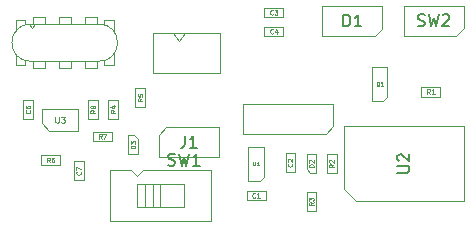
<source format=gbr>
%TF.GenerationSoftware,KiCad,Pcbnew,7.0.11-2.fc38*%
%TF.CreationDate,2024-04-24T16:28:20+02:00*%
%TF.ProjectId,lr_40,6c725f34-302e-46b6-9963-61645f706362,rev?*%
%TF.SameCoordinates,Original*%
%TF.FileFunction,AssemblyDrawing,Top*%
%FSLAX46Y46*%
G04 Gerber Fmt 4.6, Leading zero omitted, Abs format (unit mm)*
G04 Created by KiCad (PCBNEW 7.0.11-2.fc38) date 2024-04-24 16:28:20*
%MOMM*%
%LPD*%
G01*
G04 APERTURE LIST*
%ADD10C,0.060000*%
%ADD11C,0.075000*%
%ADD12C,0.150000*%
%ADD13C,0.050000*%
%ADD14C,0.100000*%
G04 APERTURE END LIST*
D10*
X95681927Y-64182737D02*
X95281927Y-64182737D01*
X95281927Y-64182737D02*
X95281927Y-64087499D01*
X95281927Y-64087499D02*
X95300975Y-64030356D01*
X95300975Y-64030356D02*
X95339070Y-63992261D01*
X95339070Y-63992261D02*
X95377165Y-63973214D01*
X95377165Y-63973214D02*
X95453356Y-63954166D01*
X95453356Y-63954166D02*
X95510499Y-63954166D01*
X95510499Y-63954166D02*
X95586689Y-63973214D01*
X95586689Y-63973214D02*
X95624784Y-63992261D01*
X95624784Y-63992261D02*
X95662880Y-64030356D01*
X95662880Y-64030356D02*
X95681927Y-64087499D01*
X95681927Y-64087499D02*
X95681927Y-64182737D01*
X95320022Y-63801785D02*
X95300975Y-63782737D01*
X95300975Y-63782737D02*
X95281927Y-63744642D01*
X95281927Y-63744642D02*
X95281927Y-63649404D01*
X95281927Y-63649404D02*
X95300975Y-63611309D01*
X95300975Y-63611309D02*
X95320022Y-63592261D01*
X95320022Y-63592261D02*
X95358118Y-63573214D01*
X95358118Y-63573214D02*
X95396213Y-63573214D01*
X95396213Y-63573214D02*
X95453356Y-63592261D01*
X95453356Y-63592261D02*
X95681927Y-63820833D01*
X95681927Y-63820833D02*
X95681927Y-63573214D01*
X92233333Y-51243832D02*
X92214285Y-51262880D01*
X92214285Y-51262880D02*
X92157143Y-51281927D01*
X92157143Y-51281927D02*
X92119047Y-51281927D01*
X92119047Y-51281927D02*
X92061904Y-51262880D01*
X92061904Y-51262880D02*
X92023809Y-51224784D01*
X92023809Y-51224784D02*
X92004762Y-51186689D01*
X92004762Y-51186689D02*
X91985714Y-51110499D01*
X91985714Y-51110499D02*
X91985714Y-51053356D01*
X91985714Y-51053356D02*
X92004762Y-50977165D01*
X92004762Y-50977165D02*
X92023809Y-50939070D01*
X92023809Y-50939070D02*
X92061904Y-50900975D01*
X92061904Y-50900975D02*
X92119047Y-50881927D01*
X92119047Y-50881927D02*
X92157143Y-50881927D01*
X92157143Y-50881927D02*
X92214285Y-50900975D01*
X92214285Y-50900975D02*
X92233333Y-50920022D01*
X92366666Y-50881927D02*
X92614285Y-50881927D01*
X92614285Y-50881927D02*
X92480952Y-51034308D01*
X92480952Y-51034308D02*
X92538095Y-51034308D01*
X92538095Y-51034308D02*
X92576190Y-51053356D01*
X92576190Y-51053356D02*
X92595238Y-51072403D01*
X92595238Y-51072403D02*
X92614285Y-51110499D01*
X92614285Y-51110499D02*
X92614285Y-51205737D01*
X92614285Y-51205737D02*
X92595238Y-51243832D01*
X92595238Y-51243832D02*
X92576190Y-51262880D01*
X92576190Y-51262880D02*
X92538095Y-51281927D01*
X92538095Y-51281927D02*
X92423809Y-51281927D01*
X92423809Y-51281927D02*
X92385714Y-51262880D01*
X92385714Y-51262880D02*
X92366666Y-51243832D01*
D11*
X73819047Y-59927409D02*
X73819047Y-60332171D01*
X73819047Y-60332171D02*
X73842857Y-60379790D01*
X73842857Y-60379790D02*
X73866666Y-60403600D01*
X73866666Y-60403600D02*
X73914285Y-60427409D01*
X73914285Y-60427409D02*
X74009523Y-60427409D01*
X74009523Y-60427409D02*
X74057142Y-60403600D01*
X74057142Y-60403600D02*
X74080952Y-60379790D01*
X74080952Y-60379790D02*
X74104761Y-60332171D01*
X74104761Y-60332171D02*
X74104761Y-59927409D01*
X74295238Y-59927409D02*
X74604762Y-59927409D01*
X74604762Y-59927409D02*
X74438095Y-60117885D01*
X74438095Y-60117885D02*
X74509524Y-60117885D01*
X74509524Y-60117885D02*
X74557143Y-60141695D01*
X74557143Y-60141695D02*
X74580952Y-60165504D01*
X74580952Y-60165504D02*
X74604762Y-60213123D01*
X74604762Y-60213123D02*
X74604762Y-60332171D01*
X74604762Y-60332171D02*
X74580952Y-60379790D01*
X74580952Y-60379790D02*
X74557143Y-60403600D01*
X74557143Y-60403600D02*
X74509524Y-60427409D01*
X74509524Y-60427409D02*
X74366667Y-60427409D01*
X74366667Y-60427409D02*
X74319048Y-60403600D01*
X74319048Y-60403600D02*
X74295238Y-60379790D01*
D10*
X75943832Y-64566666D02*
X75962880Y-64585714D01*
X75962880Y-64585714D02*
X75981927Y-64642856D01*
X75981927Y-64642856D02*
X75981927Y-64680952D01*
X75981927Y-64680952D02*
X75962880Y-64738095D01*
X75962880Y-64738095D02*
X75924784Y-64776190D01*
X75924784Y-64776190D02*
X75886689Y-64795237D01*
X75886689Y-64795237D02*
X75810499Y-64814285D01*
X75810499Y-64814285D02*
X75753356Y-64814285D01*
X75753356Y-64814285D02*
X75677165Y-64795237D01*
X75677165Y-64795237D02*
X75639070Y-64776190D01*
X75639070Y-64776190D02*
X75600975Y-64738095D01*
X75600975Y-64738095D02*
X75581927Y-64680952D01*
X75581927Y-64680952D02*
X75581927Y-64642856D01*
X75581927Y-64642856D02*
X75600975Y-64585714D01*
X75600975Y-64585714D02*
X75620022Y-64566666D01*
X75581927Y-64433333D02*
X75581927Y-64166666D01*
X75581927Y-64166666D02*
X75981927Y-64338095D01*
X93843832Y-63891666D02*
X93862880Y-63910714D01*
X93862880Y-63910714D02*
X93881927Y-63967856D01*
X93881927Y-63967856D02*
X93881927Y-64005952D01*
X93881927Y-64005952D02*
X93862880Y-64063095D01*
X93862880Y-64063095D02*
X93824784Y-64101190D01*
X93824784Y-64101190D02*
X93786689Y-64120237D01*
X93786689Y-64120237D02*
X93710499Y-64139285D01*
X93710499Y-64139285D02*
X93653356Y-64139285D01*
X93653356Y-64139285D02*
X93577165Y-64120237D01*
X93577165Y-64120237D02*
X93539070Y-64101190D01*
X93539070Y-64101190D02*
X93500975Y-64063095D01*
X93500975Y-64063095D02*
X93481927Y-64005952D01*
X93481927Y-64005952D02*
X93481927Y-63967856D01*
X93481927Y-63967856D02*
X93500975Y-63910714D01*
X93500975Y-63910714D02*
X93520022Y-63891666D01*
X93520022Y-63739285D02*
X93500975Y-63720237D01*
X93500975Y-63720237D02*
X93481927Y-63682142D01*
X93481927Y-63682142D02*
X93481927Y-63586904D01*
X93481927Y-63586904D02*
X93500975Y-63548809D01*
X93500975Y-63548809D02*
X93520022Y-63529761D01*
X93520022Y-63529761D02*
X93558118Y-63510714D01*
X93558118Y-63510714D02*
X93596213Y-63510714D01*
X93596213Y-63510714D02*
X93653356Y-63529761D01*
X93653356Y-63529761D02*
X93881927Y-63758333D01*
X93881927Y-63758333D02*
X93881927Y-63510714D01*
X92233333Y-52843832D02*
X92214285Y-52862880D01*
X92214285Y-52862880D02*
X92157143Y-52881927D01*
X92157143Y-52881927D02*
X92119047Y-52881927D01*
X92119047Y-52881927D02*
X92061904Y-52862880D01*
X92061904Y-52862880D02*
X92023809Y-52824784D01*
X92023809Y-52824784D02*
X92004762Y-52786689D01*
X92004762Y-52786689D02*
X91985714Y-52710499D01*
X91985714Y-52710499D02*
X91985714Y-52653356D01*
X91985714Y-52653356D02*
X92004762Y-52577165D01*
X92004762Y-52577165D02*
X92023809Y-52539070D01*
X92023809Y-52539070D02*
X92061904Y-52500975D01*
X92061904Y-52500975D02*
X92119047Y-52481927D01*
X92119047Y-52481927D02*
X92157143Y-52481927D01*
X92157143Y-52481927D02*
X92214285Y-52500975D01*
X92214285Y-52500975D02*
X92233333Y-52520022D01*
X92576190Y-52615260D02*
X92576190Y-52881927D01*
X92480952Y-52462880D02*
X92385714Y-52748594D01*
X92385714Y-52748594D02*
X92633333Y-52748594D01*
D12*
X83356667Y-64017200D02*
X83499524Y-64064819D01*
X83499524Y-64064819D02*
X83737619Y-64064819D01*
X83737619Y-64064819D02*
X83832857Y-64017200D01*
X83832857Y-64017200D02*
X83880476Y-63969580D01*
X83880476Y-63969580D02*
X83928095Y-63874342D01*
X83928095Y-63874342D02*
X83928095Y-63779104D01*
X83928095Y-63779104D02*
X83880476Y-63683866D01*
X83880476Y-63683866D02*
X83832857Y-63636247D01*
X83832857Y-63636247D02*
X83737619Y-63588628D01*
X83737619Y-63588628D02*
X83547143Y-63541009D01*
X83547143Y-63541009D02*
X83451905Y-63493390D01*
X83451905Y-63493390D02*
X83404286Y-63445771D01*
X83404286Y-63445771D02*
X83356667Y-63350533D01*
X83356667Y-63350533D02*
X83356667Y-63255295D01*
X83356667Y-63255295D02*
X83404286Y-63160057D01*
X83404286Y-63160057D02*
X83451905Y-63112438D01*
X83451905Y-63112438D02*
X83547143Y-63064819D01*
X83547143Y-63064819D02*
X83785238Y-63064819D01*
X83785238Y-63064819D02*
X83928095Y-63112438D01*
X84261429Y-63064819D02*
X84499524Y-64064819D01*
X84499524Y-64064819D02*
X84690000Y-63350533D01*
X84690000Y-63350533D02*
X84880476Y-64064819D01*
X84880476Y-64064819D02*
X85118572Y-63064819D01*
X86023333Y-64064819D02*
X85451905Y-64064819D01*
X85737619Y-64064819D02*
X85737619Y-63064819D01*
X85737619Y-63064819D02*
X85642381Y-63207676D01*
X85642381Y-63207676D02*
X85547143Y-63302914D01*
X85547143Y-63302914D02*
X85451905Y-63350533D01*
D10*
X80581927Y-62595237D02*
X80181927Y-62595237D01*
X80181927Y-62595237D02*
X80181927Y-62499999D01*
X80181927Y-62499999D02*
X80200975Y-62442856D01*
X80200975Y-62442856D02*
X80239070Y-62404761D01*
X80239070Y-62404761D02*
X80277165Y-62385714D01*
X80277165Y-62385714D02*
X80353356Y-62366666D01*
X80353356Y-62366666D02*
X80410499Y-62366666D01*
X80410499Y-62366666D02*
X80486689Y-62385714D01*
X80486689Y-62385714D02*
X80524784Y-62404761D01*
X80524784Y-62404761D02*
X80562880Y-62442856D01*
X80562880Y-62442856D02*
X80581927Y-62499999D01*
X80581927Y-62499999D02*
X80581927Y-62595237D01*
X80181927Y-62233333D02*
X80181927Y-61985714D01*
X80181927Y-61985714D02*
X80334308Y-62119047D01*
X80334308Y-62119047D02*
X80334308Y-62061904D01*
X80334308Y-62061904D02*
X80353356Y-62023809D01*
X80353356Y-62023809D02*
X80372403Y-62004761D01*
X80372403Y-62004761D02*
X80410499Y-61985714D01*
X80410499Y-61985714D02*
X80505737Y-61985714D01*
X80505737Y-61985714D02*
X80543832Y-62004761D01*
X80543832Y-62004761D02*
X80562880Y-62023809D01*
X80562880Y-62023809D02*
X80581927Y-62061904D01*
X80581927Y-62061904D02*
X80581927Y-62176190D01*
X80581927Y-62176190D02*
X80562880Y-62214285D01*
X80562880Y-62214285D02*
X80543832Y-62233333D01*
X73333333Y-63781927D02*
X73200000Y-63591451D01*
X73104762Y-63781927D02*
X73104762Y-63381927D01*
X73104762Y-63381927D02*
X73257143Y-63381927D01*
X73257143Y-63381927D02*
X73295238Y-63400975D01*
X73295238Y-63400975D02*
X73314285Y-63420022D01*
X73314285Y-63420022D02*
X73333333Y-63458118D01*
X73333333Y-63458118D02*
X73333333Y-63515260D01*
X73333333Y-63515260D02*
X73314285Y-63553356D01*
X73314285Y-63553356D02*
X73295238Y-63572403D01*
X73295238Y-63572403D02*
X73257143Y-63591451D01*
X73257143Y-63591451D02*
X73104762Y-63591451D01*
X73676190Y-63381927D02*
X73600000Y-63381927D01*
X73600000Y-63381927D02*
X73561904Y-63400975D01*
X73561904Y-63400975D02*
X73542857Y-63420022D01*
X73542857Y-63420022D02*
X73504762Y-63477165D01*
X73504762Y-63477165D02*
X73485714Y-63553356D01*
X73485714Y-63553356D02*
X73485714Y-63705737D01*
X73485714Y-63705737D02*
X73504762Y-63743832D01*
X73504762Y-63743832D02*
X73523809Y-63762880D01*
X73523809Y-63762880D02*
X73561904Y-63781927D01*
X73561904Y-63781927D02*
X73638095Y-63781927D01*
X73638095Y-63781927D02*
X73676190Y-63762880D01*
X73676190Y-63762880D02*
X73695238Y-63743832D01*
X73695238Y-63743832D02*
X73714285Y-63705737D01*
X73714285Y-63705737D02*
X73714285Y-63610499D01*
X73714285Y-63610499D02*
X73695238Y-63572403D01*
X73695238Y-63572403D02*
X73676190Y-63553356D01*
X73676190Y-63553356D02*
X73638095Y-63534308D01*
X73638095Y-63534308D02*
X73561904Y-63534308D01*
X73561904Y-63534308D02*
X73523809Y-63553356D01*
X73523809Y-63553356D02*
X73504762Y-63572403D01*
X73504762Y-63572403D02*
X73485714Y-63610499D01*
D12*
X104496667Y-52207200D02*
X104639524Y-52254819D01*
X104639524Y-52254819D02*
X104877619Y-52254819D01*
X104877619Y-52254819D02*
X104972857Y-52207200D01*
X104972857Y-52207200D02*
X105020476Y-52159580D01*
X105020476Y-52159580D02*
X105068095Y-52064342D01*
X105068095Y-52064342D02*
X105068095Y-51969104D01*
X105068095Y-51969104D02*
X105020476Y-51873866D01*
X105020476Y-51873866D02*
X104972857Y-51826247D01*
X104972857Y-51826247D02*
X104877619Y-51778628D01*
X104877619Y-51778628D02*
X104687143Y-51731009D01*
X104687143Y-51731009D02*
X104591905Y-51683390D01*
X104591905Y-51683390D02*
X104544286Y-51635771D01*
X104544286Y-51635771D02*
X104496667Y-51540533D01*
X104496667Y-51540533D02*
X104496667Y-51445295D01*
X104496667Y-51445295D02*
X104544286Y-51350057D01*
X104544286Y-51350057D02*
X104591905Y-51302438D01*
X104591905Y-51302438D02*
X104687143Y-51254819D01*
X104687143Y-51254819D02*
X104925238Y-51254819D01*
X104925238Y-51254819D02*
X105068095Y-51302438D01*
X105401429Y-51254819D02*
X105639524Y-52254819D01*
X105639524Y-52254819D02*
X105830000Y-51540533D01*
X105830000Y-51540533D02*
X106020476Y-52254819D01*
X106020476Y-52254819D02*
X106258572Y-51254819D01*
X106591905Y-51350057D02*
X106639524Y-51302438D01*
X106639524Y-51302438D02*
X106734762Y-51254819D01*
X106734762Y-51254819D02*
X106972857Y-51254819D01*
X106972857Y-51254819D02*
X107068095Y-51302438D01*
X107068095Y-51302438D02*
X107115714Y-51350057D01*
X107115714Y-51350057D02*
X107163333Y-51445295D01*
X107163333Y-51445295D02*
X107163333Y-51540533D01*
X107163333Y-51540533D02*
X107115714Y-51683390D01*
X107115714Y-51683390D02*
X106544286Y-52254819D01*
X106544286Y-52254819D02*
X107163333Y-52254819D01*
D13*
X90556190Y-63725438D02*
X90556190Y-63984485D01*
X90556190Y-63984485D02*
X90571428Y-64014961D01*
X90571428Y-64014961D02*
X90586666Y-64030200D01*
X90586666Y-64030200D02*
X90617142Y-64045438D01*
X90617142Y-64045438D02*
X90678095Y-64045438D01*
X90678095Y-64045438D02*
X90708571Y-64030200D01*
X90708571Y-64030200D02*
X90723809Y-64014961D01*
X90723809Y-64014961D02*
X90739047Y-63984485D01*
X90739047Y-63984485D02*
X90739047Y-63725438D01*
X91059047Y-64045438D02*
X90876190Y-64045438D01*
X90967618Y-64045438D02*
X90967618Y-63725438D01*
X90967618Y-63725438D02*
X90937142Y-63771152D01*
X90937142Y-63771152D02*
X90906666Y-63801628D01*
X90906666Y-63801628D02*
X90876190Y-63816866D01*
D10*
X77181927Y-59366666D02*
X76991451Y-59499999D01*
X77181927Y-59595237D02*
X76781927Y-59595237D01*
X76781927Y-59595237D02*
X76781927Y-59442856D01*
X76781927Y-59442856D02*
X76800975Y-59404761D01*
X76800975Y-59404761D02*
X76820022Y-59385714D01*
X76820022Y-59385714D02*
X76858118Y-59366666D01*
X76858118Y-59366666D02*
X76915260Y-59366666D01*
X76915260Y-59366666D02*
X76953356Y-59385714D01*
X76953356Y-59385714D02*
X76972403Y-59404761D01*
X76972403Y-59404761D02*
X76991451Y-59442856D01*
X76991451Y-59442856D02*
X76991451Y-59595237D01*
X76953356Y-59138095D02*
X76934308Y-59176190D01*
X76934308Y-59176190D02*
X76915260Y-59195237D01*
X76915260Y-59195237D02*
X76877165Y-59214285D01*
X76877165Y-59214285D02*
X76858118Y-59214285D01*
X76858118Y-59214285D02*
X76820022Y-59195237D01*
X76820022Y-59195237D02*
X76800975Y-59176190D01*
X76800975Y-59176190D02*
X76781927Y-59138095D01*
X76781927Y-59138095D02*
X76781927Y-59061904D01*
X76781927Y-59061904D02*
X76800975Y-59023809D01*
X76800975Y-59023809D02*
X76820022Y-59004761D01*
X76820022Y-59004761D02*
X76858118Y-58985714D01*
X76858118Y-58985714D02*
X76877165Y-58985714D01*
X76877165Y-58985714D02*
X76915260Y-59004761D01*
X76915260Y-59004761D02*
X76934308Y-59023809D01*
X76934308Y-59023809D02*
X76953356Y-59061904D01*
X76953356Y-59061904D02*
X76953356Y-59138095D01*
X76953356Y-59138095D02*
X76972403Y-59176190D01*
X76972403Y-59176190D02*
X76991451Y-59195237D01*
X76991451Y-59195237D02*
X77029546Y-59214285D01*
X77029546Y-59214285D02*
X77105737Y-59214285D01*
X77105737Y-59214285D02*
X77143832Y-59195237D01*
X77143832Y-59195237D02*
X77162880Y-59176190D01*
X77162880Y-59176190D02*
X77181927Y-59138095D01*
X77181927Y-59138095D02*
X77181927Y-59061904D01*
X77181927Y-59061904D02*
X77162880Y-59023809D01*
X77162880Y-59023809D02*
X77143832Y-59004761D01*
X77143832Y-59004761D02*
X77105737Y-58985714D01*
X77105737Y-58985714D02*
X77029546Y-58985714D01*
X77029546Y-58985714D02*
X76991451Y-59004761D01*
X76991451Y-59004761D02*
X76972403Y-59023809D01*
X76972403Y-59023809D02*
X76953356Y-59061904D01*
X78881927Y-59366666D02*
X78691451Y-59499999D01*
X78881927Y-59595237D02*
X78481927Y-59595237D01*
X78481927Y-59595237D02*
X78481927Y-59442856D01*
X78481927Y-59442856D02*
X78500975Y-59404761D01*
X78500975Y-59404761D02*
X78520022Y-59385714D01*
X78520022Y-59385714D02*
X78558118Y-59366666D01*
X78558118Y-59366666D02*
X78615260Y-59366666D01*
X78615260Y-59366666D02*
X78653356Y-59385714D01*
X78653356Y-59385714D02*
X78672403Y-59404761D01*
X78672403Y-59404761D02*
X78691451Y-59442856D01*
X78691451Y-59442856D02*
X78691451Y-59595237D01*
X78615260Y-59023809D02*
X78881927Y-59023809D01*
X78462880Y-59119047D02*
X78748594Y-59214285D01*
X78748594Y-59214285D02*
X78748594Y-58966666D01*
D13*
X101232023Y-57325914D02*
X101201547Y-57310676D01*
X101201547Y-57310676D02*
X101171071Y-57280200D01*
X101171071Y-57280200D02*
X101125357Y-57234485D01*
X101125357Y-57234485D02*
X101094880Y-57219247D01*
X101094880Y-57219247D02*
X101064404Y-57219247D01*
X101079642Y-57295438D02*
X101049166Y-57280200D01*
X101049166Y-57280200D02*
X101018690Y-57249723D01*
X101018690Y-57249723D02*
X101003452Y-57188771D01*
X101003452Y-57188771D02*
X101003452Y-57082104D01*
X101003452Y-57082104D02*
X101018690Y-57021152D01*
X101018690Y-57021152D02*
X101049166Y-56990676D01*
X101049166Y-56990676D02*
X101079642Y-56975438D01*
X101079642Y-56975438D02*
X101140595Y-56975438D01*
X101140595Y-56975438D02*
X101171071Y-56990676D01*
X101171071Y-56990676D02*
X101201547Y-57021152D01*
X101201547Y-57021152D02*
X101216785Y-57082104D01*
X101216785Y-57082104D02*
X101216785Y-57188771D01*
X101216785Y-57188771D02*
X101201547Y-57249723D01*
X101201547Y-57249723D02*
X101171071Y-57280200D01*
X101171071Y-57280200D02*
X101140595Y-57295438D01*
X101140595Y-57295438D02*
X101079642Y-57295438D01*
X101521547Y-57295438D02*
X101338690Y-57295438D01*
X101430118Y-57295438D02*
X101430118Y-56975438D01*
X101430118Y-56975438D02*
X101399642Y-57021152D01*
X101399642Y-57021152D02*
X101369166Y-57051628D01*
X101369166Y-57051628D02*
X101338690Y-57066866D01*
D10*
X105533333Y-57981927D02*
X105400000Y-57791451D01*
X105304762Y-57981927D02*
X105304762Y-57581927D01*
X105304762Y-57581927D02*
X105457143Y-57581927D01*
X105457143Y-57581927D02*
X105495238Y-57600975D01*
X105495238Y-57600975D02*
X105514285Y-57620022D01*
X105514285Y-57620022D02*
X105533333Y-57658118D01*
X105533333Y-57658118D02*
X105533333Y-57715260D01*
X105533333Y-57715260D02*
X105514285Y-57753356D01*
X105514285Y-57753356D02*
X105495238Y-57772403D01*
X105495238Y-57772403D02*
X105457143Y-57791451D01*
X105457143Y-57791451D02*
X105304762Y-57791451D01*
X105914285Y-57981927D02*
X105685714Y-57981927D01*
X105800000Y-57981927D02*
X105800000Y-57581927D01*
X105800000Y-57581927D02*
X105761904Y-57639070D01*
X105761904Y-57639070D02*
X105723809Y-57677165D01*
X105723809Y-57677165D02*
X105685714Y-57696213D01*
X81181927Y-58366666D02*
X80991451Y-58499999D01*
X81181927Y-58595237D02*
X80781927Y-58595237D01*
X80781927Y-58595237D02*
X80781927Y-58442856D01*
X80781927Y-58442856D02*
X80800975Y-58404761D01*
X80800975Y-58404761D02*
X80820022Y-58385714D01*
X80820022Y-58385714D02*
X80858118Y-58366666D01*
X80858118Y-58366666D02*
X80915260Y-58366666D01*
X80915260Y-58366666D02*
X80953356Y-58385714D01*
X80953356Y-58385714D02*
X80972403Y-58404761D01*
X80972403Y-58404761D02*
X80991451Y-58442856D01*
X80991451Y-58442856D02*
X80991451Y-58595237D01*
X80781927Y-58004761D02*
X80781927Y-58195237D01*
X80781927Y-58195237D02*
X80972403Y-58214285D01*
X80972403Y-58214285D02*
X80953356Y-58195237D01*
X80953356Y-58195237D02*
X80934308Y-58157142D01*
X80934308Y-58157142D02*
X80934308Y-58061904D01*
X80934308Y-58061904D02*
X80953356Y-58023809D01*
X80953356Y-58023809D02*
X80972403Y-58004761D01*
X80972403Y-58004761D02*
X81010499Y-57985714D01*
X81010499Y-57985714D02*
X81105737Y-57985714D01*
X81105737Y-57985714D02*
X81143832Y-58004761D01*
X81143832Y-58004761D02*
X81162880Y-58023809D01*
X81162880Y-58023809D02*
X81181927Y-58061904D01*
X81181927Y-58061904D02*
X81181927Y-58157142D01*
X81181927Y-58157142D02*
X81162880Y-58195237D01*
X81162880Y-58195237D02*
X81143832Y-58214285D01*
X97381927Y-63966666D02*
X97191451Y-64099999D01*
X97381927Y-64195237D02*
X96981927Y-64195237D01*
X96981927Y-64195237D02*
X96981927Y-64042856D01*
X96981927Y-64042856D02*
X97000975Y-64004761D01*
X97000975Y-64004761D02*
X97020022Y-63985714D01*
X97020022Y-63985714D02*
X97058118Y-63966666D01*
X97058118Y-63966666D02*
X97115260Y-63966666D01*
X97115260Y-63966666D02*
X97153356Y-63985714D01*
X97153356Y-63985714D02*
X97172403Y-64004761D01*
X97172403Y-64004761D02*
X97191451Y-64042856D01*
X97191451Y-64042856D02*
X97191451Y-64195237D01*
X97020022Y-63814285D02*
X97000975Y-63795237D01*
X97000975Y-63795237D02*
X96981927Y-63757142D01*
X96981927Y-63757142D02*
X96981927Y-63661904D01*
X96981927Y-63661904D02*
X97000975Y-63623809D01*
X97000975Y-63623809D02*
X97020022Y-63604761D01*
X97020022Y-63604761D02*
X97058118Y-63585714D01*
X97058118Y-63585714D02*
X97096213Y-63585714D01*
X97096213Y-63585714D02*
X97153356Y-63604761D01*
X97153356Y-63604761D02*
X97381927Y-63833333D01*
X97381927Y-63833333D02*
X97381927Y-63585714D01*
X77733333Y-61781927D02*
X77600000Y-61591451D01*
X77504762Y-61781927D02*
X77504762Y-61381927D01*
X77504762Y-61381927D02*
X77657143Y-61381927D01*
X77657143Y-61381927D02*
X77695238Y-61400975D01*
X77695238Y-61400975D02*
X77714285Y-61420022D01*
X77714285Y-61420022D02*
X77733333Y-61458118D01*
X77733333Y-61458118D02*
X77733333Y-61515260D01*
X77733333Y-61515260D02*
X77714285Y-61553356D01*
X77714285Y-61553356D02*
X77695238Y-61572403D01*
X77695238Y-61572403D02*
X77657143Y-61591451D01*
X77657143Y-61591451D02*
X77504762Y-61591451D01*
X77866666Y-61381927D02*
X78133333Y-61381927D01*
X78133333Y-61381927D02*
X77961904Y-61781927D01*
X90733333Y-66743832D02*
X90714285Y-66762880D01*
X90714285Y-66762880D02*
X90657143Y-66781927D01*
X90657143Y-66781927D02*
X90619047Y-66781927D01*
X90619047Y-66781927D02*
X90561904Y-66762880D01*
X90561904Y-66762880D02*
X90523809Y-66724784D01*
X90523809Y-66724784D02*
X90504762Y-66686689D01*
X90504762Y-66686689D02*
X90485714Y-66610499D01*
X90485714Y-66610499D02*
X90485714Y-66553356D01*
X90485714Y-66553356D02*
X90504762Y-66477165D01*
X90504762Y-66477165D02*
X90523809Y-66439070D01*
X90523809Y-66439070D02*
X90561904Y-66400975D01*
X90561904Y-66400975D02*
X90619047Y-66381927D01*
X90619047Y-66381927D02*
X90657143Y-66381927D01*
X90657143Y-66381927D02*
X90714285Y-66400975D01*
X90714285Y-66400975D02*
X90733333Y-66420022D01*
X91114285Y-66781927D02*
X90885714Y-66781927D01*
X91000000Y-66781927D02*
X91000000Y-66381927D01*
X91000000Y-66381927D02*
X90961904Y-66439070D01*
X90961904Y-66439070D02*
X90923809Y-66477165D01*
X90923809Y-66477165D02*
X90885714Y-66496213D01*
D12*
X98191905Y-52279819D02*
X98191905Y-51279819D01*
X98191905Y-51279819D02*
X98430000Y-51279819D01*
X98430000Y-51279819D02*
X98572857Y-51327438D01*
X98572857Y-51327438D02*
X98668095Y-51422676D01*
X98668095Y-51422676D02*
X98715714Y-51517914D01*
X98715714Y-51517914D02*
X98763333Y-51708390D01*
X98763333Y-51708390D02*
X98763333Y-51851247D01*
X98763333Y-51851247D02*
X98715714Y-52041723D01*
X98715714Y-52041723D02*
X98668095Y-52136961D01*
X98668095Y-52136961D02*
X98572857Y-52232200D01*
X98572857Y-52232200D02*
X98430000Y-52279819D01*
X98430000Y-52279819D02*
X98191905Y-52279819D01*
X99715714Y-52279819D02*
X99144286Y-52279819D01*
X99430000Y-52279819D02*
X99430000Y-51279819D01*
X99430000Y-51279819D02*
X99334762Y-51422676D01*
X99334762Y-51422676D02*
X99239524Y-51517914D01*
X99239524Y-51517914D02*
X99144286Y-51565533D01*
X102764819Y-64651904D02*
X103574342Y-64651904D01*
X103574342Y-64651904D02*
X103669580Y-64604285D01*
X103669580Y-64604285D02*
X103717200Y-64556666D01*
X103717200Y-64556666D02*
X103764819Y-64461428D01*
X103764819Y-64461428D02*
X103764819Y-64270952D01*
X103764819Y-64270952D02*
X103717200Y-64175714D01*
X103717200Y-64175714D02*
X103669580Y-64128095D01*
X103669580Y-64128095D02*
X103574342Y-64080476D01*
X103574342Y-64080476D02*
X102764819Y-64080476D01*
X102860057Y-63651904D02*
X102812438Y-63604285D01*
X102812438Y-63604285D02*
X102764819Y-63509047D01*
X102764819Y-63509047D02*
X102764819Y-63270952D01*
X102764819Y-63270952D02*
X102812438Y-63175714D01*
X102812438Y-63175714D02*
X102860057Y-63128095D01*
X102860057Y-63128095D02*
X102955295Y-63080476D01*
X102955295Y-63080476D02*
X103050533Y-63080476D01*
X103050533Y-63080476D02*
X103193390Y-63128095D01*
X103193390Y-63128095D02*
X103764819Y-63699523D01*
X103764819Y-63699523D02*
X103764819Y-63080476D01*
X84786666Y-61529819D02*
X84786666Y-62244104D01*
X84786666Y-62244104D02*
X84739047Y-62386961D01*
X84739047Y-62386961D02*
X84643809Y-62482200D01*
X84643809Y-62482200D02*
X84500952Y-62529819D01*
X84500952Y-62529819D02*
X84405714Y-62529819D01*
X85786666Y-62529819D02*
X85215238Y-62529819D01*
X85500952Y-62529819D02*
X85500952Y-61529819D01*
X85500952Y-61529819D02*
X85405714Y-61672676D01*
X85405714Y-61672676D02*
X85310476Y-61767914D01*
X85310476Y-61767914D02*
X85215238Y-61815533D01*
D10*
X71643832Y-59366666D02*
X71662880Y-59385714D01*
X71662880Y-59385714D02*
X71681927Y-59442856D01*
X71681927Y-59442856D02*
X71681927Y-59480952D01*
X71681927Y-59480952D02*
X71662880Y-59538095D01*
X71662880Y-59538095D02*
X71624784Y-59576190D01*
X71624784Y-59576190D02*
X71586689Y-59595237D01*
X71586689Y-59595237D02*
X71510499Y-59614285D01*
X71510499Y-59614285D02*
X71453356Y-59614285D01*
X71453356Y-59614285D02*
X71377165Y-59595237D01*
X71377165Y-59595237D02*
X71339070Y-59576190D01*
X71339070Y-59576190D02*
X71300975Y-59538095D01*
X71300975Y-59538095D02*
X71281927Y-59480952D01*
X71281927Y-59480952D02*
X71281927Y-59442856D01*
X71281927Y-59442856D02*
X71300975Y-59385714D01*
X71300975Y-59385714D02*
X71320022Y-59366666D01*
X71281927Y-59023809D02*
X71281927Y-59099999D01*
X71281927Y-59099999D02*
X71300975Y-59138095D01*
X71300975Y-59138095D02*
X71320022Y-59157142D01*
X71320022Y-59157142D02*
X71377165Y-59195237D01*
X71377165Y-59195237D02*
X71453356Y-59214285D01*
X71453356Y-59214285D02*
X71605737Y-59214285D01*
X71605737Y-59214285D02*
X71643832Y-59195237D01*
X71643832Y-59195237D02*
X71662880Y-59176190D01*
X71662880Y-59176190D02*
X71681927Y-59138095D01*
X71681927Y-59138095D02*
X71681927Y-59061904D01*
X71681927Y-59061904D02*
X71662880Y-59023809D01*
X71662880Y-59023809D02*
X71643832Y-59004761D01*
X71643832Y-59004761D02*
X71605737Y-58985714D01*
X71605737Y-58985714D02*
X71510499Y-58985714D01*
X71510499Y-58985714D02*
X71472403Y-59004761D01*
X71472403Y-59004761D02*
X71453356Y-59023809D01*
X71453356Y-59023809D02*
X71434308Y-59061904D01*
X71434308Y-59061904D02*
X71434308Y-59138095D01*
X71434308Y-59138095D02*
X71453356Y-59176190D01*
X71453356Y-59176190D02*
X71472403Y-59195237D01*
X71472403Y-59195237D02*
X71510499Y-59214285D01*
X95681927Y-67166666D02*
X95491451Y-67299999D01*
X95681927Y-67395237D02*
X95281927Y-67395237D01*
X95281927Y-67395237D02*
X95281927Y-67242856D01*
X95281927Y-67242856D02*
X95300975Y-67204761D01*
X95300975Y-67204761D02*
X95320022Y-67185714D01*
X95320022Y-67185714D02*
X95358118Y-67166666D01*
X95358118Y-67166666D02*
X95415260Y-67166666D01*
X95415260Y-67166666D02*
X95453356Y-67185714D01*
X95453356Y-67185714D02*
X95472403Y-67204761D01*
X95472403Y-67204761D02*
X95491451Y-67242856D01*
X95491451Y-67242856D02*
X95491451Y-67395237D01*
X95281927Y-67033333D02*
X95281927Y-66785714D01*
X95281927Y-66785714D02*
X95434308Y-66919047D01*
X95434308Y-66919047D02*
X95434308Y-66861904D01*
X95434308Y-66861904D02*
X95453356Y-66823809D01*
X95453356Y-66823809D02*
X95472403Y-66804761D01*
X95472403Y-66804761D02*
X95510499Y-66785714D01*
X95510499Y-66785714D02*
X95605737Y-66785714D01*
X95605737Y-66785714D02*
X95643832Y-66804761D01*
X95643832Y-66804761D02*
X95662880Y-66823809D01*
X95662880Y-66823809D02*
X95681927Y-66861904D01*
X95681927Y-66861904D02*
X95681927Y-66976190D01*
X95681927Y-66976190D02*
X95662880Y-67014285D01*
X95662880Y-67014285D02*
X95643832Y-67033333D01*
D14*
%TO.C,BT2*%
X82100000Y-52800000D02*
X82100000Y-56200000D01*
X82100000Y-56200000D02*
X87750000Y-56200000D01*
X83800000Y-52800000D02*
X84300000Y-53507107D01*
X84300000Y-53507107D02*
X84800000Y-52800000D01*
X87750000Y-52800000D02*
X82100000Y-52800000D01*
X87750000Y-56200000D02*
X87750000Y-52800000D01*
%TO.C,D2*%
X95400000Y-64687500D02*
X95900000Y-64687500D01*
X95900000Y-64687500D02*
X95900000Y-63087500D01*
X95100000Y-64387500D02*
X95400000Y-64687500D01*
X95100000Y-63087500D02*
X95100000Y-64387500D01*
X95900000Y-63087500D02*
X95100000Y-63087500D01*
%TO.C,SW3*%
X97350000Y-58830000D02*
X97350000Y-60735000D01*
X89730000Y-58830000D02*
X97350000Y-58830000D01*
X97350000Y-60735000D02*
X96715000Y-61370000D01*
X96715000Y-61370000D02*
X89730000Y-61370000D01*
X89730000Y-61370000D02*
X89730000Y-58830000D01*
%TO.C,C3*%
X93100000Y-51512500D02*
X91500000Y-51512500D01*
X93100000Y-50687500D02*
X93100000Y-51512500D01*
X91500000Y-51512500D02*
X91500000Y-50687500D01*
X91500000Y-50687500D02*
X93100000Y-50687500D01*
%TO.C,U3*%
X73300000Y-61100000D02*
X75750000Y-61100000D01*
X73300000Y-61100000D02*
X72650000Y-60450000D01*
X72650000Y-59300000D02*
X72650000Y-60450000D01*
X72650000Y-59300000D02*
X75750000Y-59300000D01*
X75750000Y-59300000D02*
X75750000Y-61100000D01*
%TO.C,C7*%
X76200000Y-63700000D02*
X76200000Y-65300000D01*
X75400000Y-63700000D02*
X76200000Y-63700000D01*
X76200000Y-65300000D02*
X75400000Y-65300000D01*
X75400000Y-65300000D02*
X75400000Y-63700000D01*
%TO.C,C2*%
X94100000Y-63025000D02*
X94100000Y-64625000D01*
X93300000Y-63025000D02*
X94100000Y-63025000D01*
X94100000Y-64625000D02*
X93300000Y-64625000D01*
X93300000Y-64625000D02*
X93300000Y-63025000D01*
%TO.C,C4*%
X93100000Y-53112500D02*
X91500000Y-53112500D01*
X93100000Y-52287500D02*
X93100000Y-53112500D01*
X91500000Y-53112500D02*
X91500000Y-52287500D01*
X91500000Y-52287500D02*
X93100000Y-52287500D01*
%TO.C,SW1*%
X78400000Y-64450000D02*
X80200000Y-64450000D01*
X78400000Y-68750000D02*
X78400000Y-64450000D01*
X80200000Y-64450000D02*
X80700000Y-64950000D01*
X80700000Y-64950000D02*
X81200000Y-64450000D01*
X80700000Y-65600000D02*
X80700000Y-67600000D01*
X80700000Y-65600000D02*
X84700000Y-65600000D01*
X80700000Y-67600000D02*
X84700000Y-67600000D01*
X81200000Y-64450000D02*
X87000000Y-64450000D01*
X81360000Y-65600000D02*
X81360000Y-67600000D01*
X82040000Y-65600000D02*
X82040000Y-67600000D01*
X82700000Y-65600000D02*
X82700000Y-67600000D01*
X84700000Y-65600000D02*
X84700000Y-67600000D01*
X87000000Y-64450000D02*
X87000000Y-68750000D01*
X87000000Y-68750000D02*
X78400000Y-68750000D01*
%TO.C,D3*%
X80500000Y-61500000D02*
X80000000Y-61500000D01*
X80000000Y-61500000D02*
X80000000Y-63100000D01*
X80800000Y-61800000D02*
X80500000Y-61500000D01*
X80800000Y-63100000D02*
X80800000Y-61800000D01*
X80000000Y-63100000D02*
X80800000Y-63100000D01*
%TO.C,R6*%
X72600000Y-63187500D02*
X74200000Y-63187500D01*
X72600000Y-64012500D02*
X72600000Y-63187500D01*
X74200000Y-63187500D02*
X74200000Y-64012500D01*
X74200000Y-64012500D02*
X72600000Y-64012500D01*
%TO.C,SW2*%
X108370000Y-50530000D02*
X108370000Y-52435000D01*
X103290000Y-50530000D02*
X108370000Y-50530000D01*
X108370000Y-52435000D02*
X107735000Y-53070000D01*
X107735000Y-53070000D02*
X103290000Y-53070000D01*
X103290000Y-53070000D02*
X103290000Y-50530000D01*
%TO.C,U1*%
X91450000Y-65025000D02*
X91125000Y-65350000D01*
X91450000Y-62450000D02*
X91450000Y-65025000D01*
X91125000Y-65350000D02*
X90150000Y-65350000D01*
X90150000Y-65350000D02*
X90150000Y-62450000D01*
X90150000Y-62450000D02*
X91450000Y-62450000D01*
%TO.C,R8*%
X76587500Y-60100000D02*
X76587500Y-58500000D01*
X77412500Y-60100000D02*
X76587500Y-60100000D01*
X76587500Y-58500000D02*
X77412500Y-58500000D01*
X77412500Y-58500000D02*
X77412500Y-60100000D01*
%TO.C,R4*%
X79112500Y-58500000D02*
X79112500Y-60100000D01*
X78287500Y-58500000D02*
X79112500Y-58500000D01*
X79112500Y-60100000D02*
X78287500Y-60100000D01*
X78287500Y-60100000D02*
X78287500Y-58500000D01*
%TO.C,Q1*%
X101912500Y-58275000D02*
X101587500Y-58600000D01*
X101912500Y-55700000D02*
X101912500Y-58275000D01*
X101587500Y-58600000D02*
X100612500Y-58600000D01*
X100612500Y-58600000D02*
X100612500Y-55700000D01*
X100612500Y-55700000D02*
X101912500Y-55700000D01*
%TO.C,R1*%
X106400000Y-58212500D02*
X104800000Y-58212500D01*
X106400000Y-57387500D02*
X106400000Y-58212500D01*
X104800000Y-58212500D02*
X104800000Y-57387500D01*
X104800000Y-57387500D02*
X106400000Y-57387500D01*
%TO.C,R5*%
X81412500Y-57500000D02*
X81412500Y-59100000D01*
X80587500Y-57500000D02*
X81412500Y-57500000D01*
X81412500Y-59100000D02*
X80587500Y-59100000D01*
X80587500Y-59100000D02*
X80587500Y-57500000D01*
%TO.C,R2*%
X97612500Y-63100000D02*
X97612500Y-64700000D01*
X96787500Y-63100000D02*
X97612500Y-63100000D01*
X97612500Y-64700000D02*
X96787500Y-64700000D01*
X96787500Y-64700000D02*
X96787500Y-63100000D01*
%TO.C,R7*%
X77000000Y-61187500D02*
X78600000Y-61187500D01*
X77000000Y-62012500D02*
X77000000Y-61187500D01*
X78600000Y-61187500D02*
X78600000Y-62012500D01*
X78600000Y-62012500D02*
X77000000Y-62012500D01*
%TO.C,C1*%
X90000000Y-66200000D02*
X91600000Y-66200000D01*
X90000000Y-67000000D02*
X90000000Y-66200000D01*
X91600000Y-66200000D02*
X91600000Y-67000000D01*
X91600000Y-67000000D02*
X90000000Y-67000000D01*
%TO.C,D1*%
X101470000Y-50555000D02*
X101470000Y-52460000D01*
X96390000Y-50555000D02*
X101470000Y-50555000D01*
X101470000Y-52460000D02*
X100835000Y-53095000D01*
X100835000Y-53095000D02*
X96390000Y-53095000D01*
X96390000Y-53095000D02*
X96390000Y-50555000D01*
%TO.C,U2*%
X99230000Y-67065000D02*
X98230000Y-66065000D01*
X108390000Y-67065000D02*
X99230000Y-67065000D01*
X98230000Y-66065000D02*
X98230000Y-60715000D01*
X98230000Y-60715000D02*
X108390000Y-60715000D01*
X108390000Y-60715000D02*
X108390000Y-67065000D01*
%TO.C,J1*%
X82580000Y-63345000D02*
X82580000Y-61440000D01*
X87660000Y-63345000D02*
X82580000Y-63345000D01*
X82580000Y-61440000D02*
X83215000Y-60805000D01*
X83215000Y-60805000D02*
X87660000Y-60805000D01*
X87660000Y-60805000D02*
X87660000Y-63345000D01*
%TO.C,C6*%
X71900000Y-58500000D02*
X71900000Y-60100000D01*
X71100000Y-58500000D02*
X71900000Y-58500000D01*
X71900000Y-60100000D02*
X71100000Y-60100000D01*
X71100000Y-60100000D02*
X71100000Y-58500000D01*
%TO.C,J3*%
X70450000Y-51750000D02*
X70450000Y-52650000D01*
X70450000Y-51750000D02*
X71250000Y-51750000D01*
X70450000Y-55550000D02*
X70450000Y-54650000D01*
X70450000Y-55550000D02*
X71250000Y-55550000D01*
X71250000Y-51750000D02*
X71250000Y-52100000D01*
X71250000Y-55550000D02*
X71250000Y-55200000D01*
X71710000Y-55230000D02*
X77490000Y-55230000D01*
X71850000Y-52390000D02*
X71600000Y-52070000D01*
X71900000Y-51500000D02*
X72900000Y-51500000D01*
X71900000Y-52050000D02*
X71900000Y-51500000D01*
X71900000Y-55250000D02*
X71900000Y-55800000D01*
X71900000Y-55800000D02*
X72900000Y-55800000D01*
X72100000Y-52070000D02*
X71850000Y-52390000D01*
X72900000Y-51500000D02*
X72900000Y-52050000D01*
X72900000Y-55800000D02*
X72900000Y-55250000D01*
X74100000Y-51500000D02*
X75100000Y-51500000D01*
X74100000Y-52050000D02*
X74100000Y-51500000D01*
X74100000Y-55800000D02*
X74100000Y-55250000D01*
X75100000Y-51500000D02*
X75100000Y-52050000D01*
X75100000Y-55250000D02*
X75100000Y-55800000D01*
X75100000Y-55800000D02*
X74100000Y-55800000D01*
X76300000Y-51500000D02*
X76300000Y-52050000D01*
X76300000Y-55800000D02*
X76300000Y-55250000D01*
X77300000Y-51500000D02*
X76300000Y-51500000D01*
X77300000Y-52050000D02*
X77300000Y-51500000D01*
X77300000Y-55250000D02*
X77300000Y-55800000D01*
X77300000Y-55800000D02*
X76300000Y-55800000D01*
X77490000Y-52070000D02*
X71710000Y-52070000D01*
X77950000Y-51750000D02*
X77950000Y-52100000D01*
X77950000Y-55550000D02*
X77950000Y-55200000D01*
X78750000Y-51750000D02*
X77950000Y-51750000D01*
X78750000Y-51750000D02*
X78750000Y-52650000D01*
X78750000Y-55550000D02*
X77950000Y-55550000D01*
X78750000Y-55550000D02*
X78750000Y-54650000D01*
X71710000Y-52070000D02*
G75*
G03*
X71710000Y-55230000I0J-1580000D01*
G01*
X77490000Y-55230000D02*
G75*
G03*
X77490000Y-52070000I0J1580000D01*
G01*
%TO.C,R3*%
X95912500Y-66300000D02*
X95912500Y-67900000D01*
X95087500Y-66300000D02*
X95912500Y-66300000D01*
X95912500Y-67900000D02*
X95087500Y-67900000D01*
X95087500Y-67900000D02*
X95087500Y-66300000D01*
%TD*%
M02*

</source>
